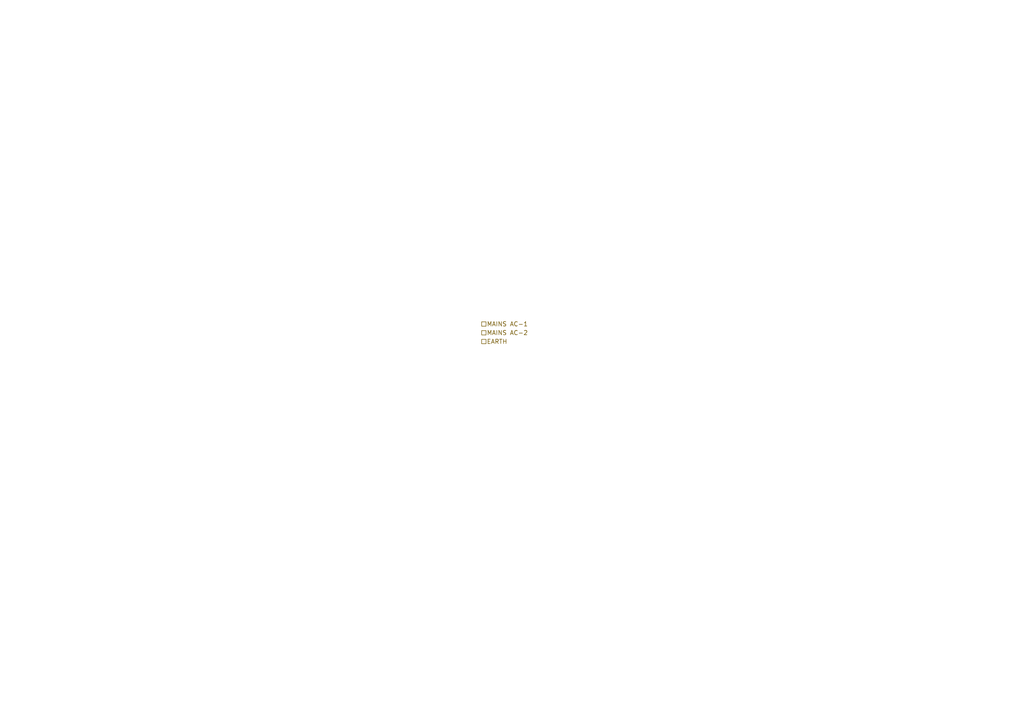
<source format=kicad_sch>
(kicad_sch
	(version 20250114)
	(generator "eeschema")
	(generator_version "9.0")
	(uuid "d74e2048-99e5-477a-a827-1cbbae48c02d")
	(paper "A4")
	(lib_symbols)
	(hierarchical_label "EARTH"
		(shape passive)
		(at 139.7 99.06 0)
		(effects
			(font
				(size 1.27 1.27)
			)
			(justify left)
		)
		(uuid "0f1246d4-2802-481b-b6df-afb60bdad598")
	)
	(hierarchical_label "MAINS AC-1"
		(shape passive)
		(at 139.7 93.98 0)
		(effects
			(font
				(size 1.27 1.27)
			)
			(justify left)
		)
		(uuid "56fdc35c-199d-4b22-88ee-6a284d3ea13b")
	)
	(hierarchical_label "MAINS AC-2"
		(shape passive)
		(at 139.7 96.52 0)
		(effects
			(font
				(size 1.27 1.27)
			)
			(justify left)
		)
		(uuid "9d4dd7a4-c8bb-4dd1-9149-ba2adeca3aed")
	)
)

</source>
